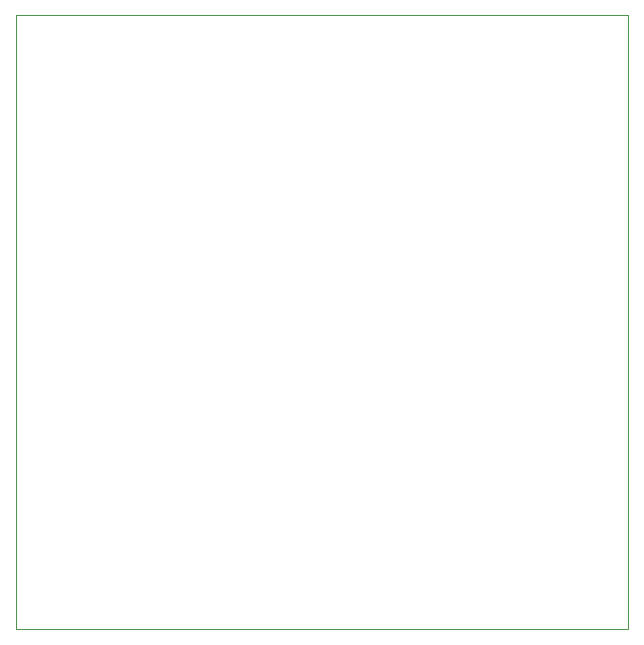
<source format=gbr>
%TF.GenerationSoftware,KiCad,Pcbnew,8.0.7*%
%TF.CreationDate,2025-01-04T02:12:22-08:00*%
%TF.ProjectId,PCB,5043422e-6b69-4636-9164-5f7063625858,rev?*%
%TF.SameCoordinates,Original*%
%TF.FileFunction,Profile,NP*%
%FSLAX46Y46*%
G04 Gerber Fmt 4.6, Leading zero omitted, Abs format (unit mm)*
G04 Created by KiCad (PCBNEW 8.0.7) date 2025-01-04 02:12:22*
%MOMM*%
%LPD*%
G01*
G04 APERTURE LIST*
%TA.AperFunction,Profile*%
%ADD10C,0.050000*%
%TD*%
G04 APERTURE END LIST*
D10*
X20030000Y-15150000D02*
X71910000Y-15150000D01*
X71910000Y-67130000D01*
X20030000Y-67130000D01*
X20030000Y-15150000D01*
M02*

</source>
